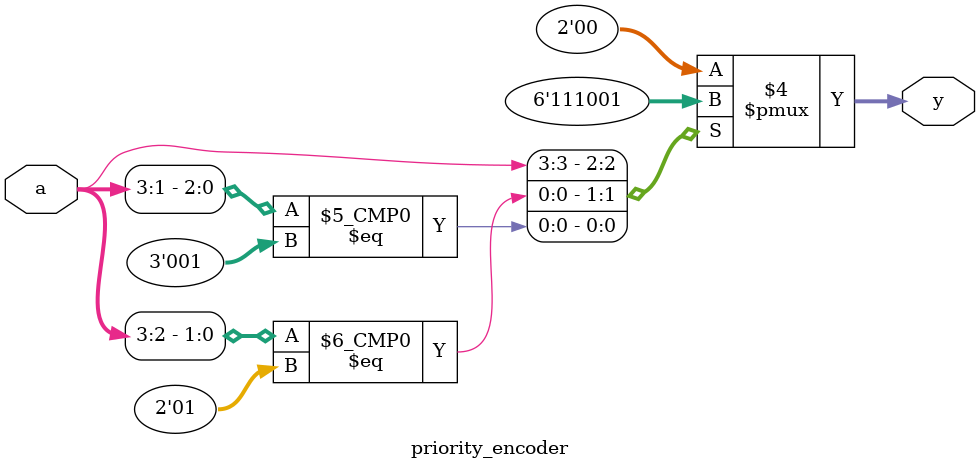
<source format=v>
module priority_encoder (input [3:0]a,output reg [1:0]y);

always@(*)begin
casex(a)
      4'b1???:y=2'b11;
      4'b01??:y=2'b10;
      4'b001?:y=2'b01;
      4'b0001:y=2'b00;
default:y=2'b00;
endcase
end 
endmodule

</source>
